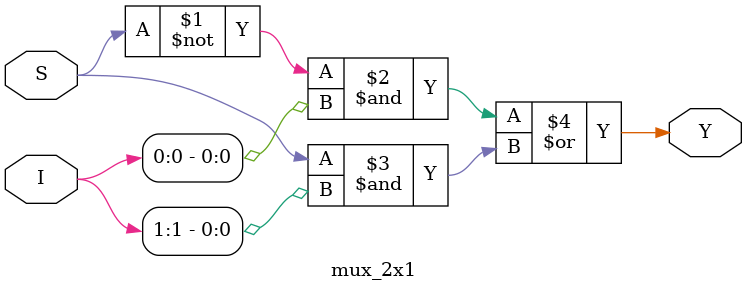
<source format=sv>


module mux_2x1(Y, I, S);
  input [1:0]I;
  input S;
  output Y;
  
  assign Y = (~S & I[0] | S & I[1]);
endmodule
</source>
